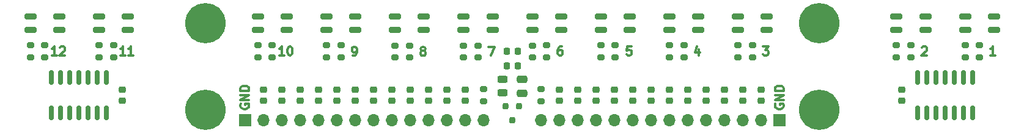
<source format=gbr>
%TF.GenerationSoftware,KiCad,Pcbnew,7.0.1*%
%TF.CreationDate,2023-08-09T15:39:39-03:00*%
%TF.ProjectId,QRE_12A,5152455f-3132-4412-9e6b-696361645f70,rev?*%
%TF.SameCoordinates,Original*%
%TF.FileFunction,Soldermask,Top*%
%TF.FilePolarity,Negative*%
%FSLAX46Y46*%
G04 Gerber Fmt 4.6, Leading zero omitted, Abs format (unit mm)*
G04 Created by KiCad (PCBNEW 7.0.1) date 2023-08-09 15:39:39*
%MOMM*%
%LPD*%
G01*
G04 APERTURE LIST*
G04 Aperture macros list*
%AMRoundRect*
0 Rectangle with rounded corners*
0 $1 Rounding radius*
0 $2 $3 $4 $5 $6 $7 $8 $9 X,Y pos of 4 corners*
0 Add a 4 corners polygon primitive as box body*
4,1,4,$2,$3,$4,$5,$6,$7,$8,$9,$2,$3,0*
0 Add four circle primitives for the rounded corners*
1,1,$1+$1,$2,$3*
1,1,$1+$1,$4,$5*
1,1,$1+$1,$6,$7*
1,1,$1+$1,$8,$9*
0 Add four rect primitives between the rounded corners*
20,1,$1+$1,$2,$3,$4,$5,0*
20,1,$1+$1,$4,$5,$6,$7,0*
20,1,$1+$1,$6,$7,$8,$9,0*
20,1,$1+$1,$8,$9,$2,$3,0*%
G04 Aperture macros list end*
%ADD10C,0.300000*%
%ADD11RoundRect,0.200000X0.275000X-0.200000X0.275000X0.200000X-0.275000X0.200000X-0.275000X-0.200000X0*%
%ADD12RoundRect,0.218750X0.218750X0.256250X-0.218750X0.256250X-0.218750X-0.256250X0.218750X-0.256250X0*%
%ADD13RoundRect,0.225000X0.250000X-0.225000X0.250000X0.225000X-0.250000X0.225000X-0.250000X-0.225000X0*%
%ADD14RoundRect,0.250000X-0.475000X0.250000X-0.475000X-0.250000X0.475000X-0.250000X0.475000X0.250000X0*%
%ADD15RoundRect,0.197500X-0.632500X0.197500X-0.632500X-0.197500X0.632500X-0.197500X0.632500X0.197500X0*%
%ADD16RoundRect,0.200000X-0.200000X0.250000X-0.200000X-0.250000X0.200000X-0.250000X0.200000X0.250000X0*%
%ADD17RoundRect,0.150000X-0.150000X0.825000X-0.150000X-0.825000X0.150000X-0.825000X0.150000X0.825000X0*%
%ADD18RoundRect,0.150000X0.150000X-0.825000X0.150000X0.825000X-0.150000X0.825000X-0.150000X-0.825000X0*%
%ADD19C,3.600000*%
%ADD20C,5.600000*%
%ADD21RoundRect,0.225000X-0.250000X0.225000X-0.250000X-0.225000X0.250000X-0.225000X0.250000X0.225000X0*%
%ADD22RoundRect,0.243750X0.456250X-0.243750X0.456250X0.243750X-0.456250X0.243750X-0.456250X-0.243750X0*%
%ADD23O,1.700000X1.700000*%
%ADD24R,1.700000X1.700000*%
G04 APERTURE END LIST*
D10*
X183462285Y-113664285D02*
X183405142Y-113778571D01*
X183405142Y-113778571D02*
X183405142Y-113949999D01*
X183405142Y-113949999D02*
X183462285Y-114121428D01*
X183462285Y-114121428D02*
X183576571Y-114235713D01*
X183576571Y-114235713D02*
X183690857Y-114292856D01*
X183690857Y-114292856D02*
X183919428Y-114349999D01*
X183919428Y-114349999D02*
X184090857Y-114349999D01*
X184090857Y-114349999D02*
X184319428Y-114292856D01*
X184319428Y-114292856D02*
X184433714Y-114235713D01*
X184433714Y-114235713D02*
X184548000Y-114121428D01*
X184548000Y-114121428D02*
X184605142Y-113949999D01*
X184605142Y-113949999D02*
X184605142Y-113835713D01*
X184605142Y-113835713D02*
X184548000Y-113664285D01*
X184548000Y-113664285D02*
X184490857Y-113607142D01*
X184490857Y-113607142D02*
X184090857Y-113607142D01*
X184090857Y-113607142D02*
X184090857Y-113835713D01*
X184605142Y-113092856D02*
X183405142Y-113092856D01*
X183405142Y-113092856D02*
X184605142Y-112407142D01*
X184605142Y-112407142D02*
X183405142Y-112407142D01*
X184605142Y-111835713D02*
X183405142Y-111835713D01*
X183405142Y-111835713D02*
X183405142Y-111549999D01*
X183405142Y-111549999D02*
X183462285Y-111378570D01*
X183462285Y-111378570D02*
X183576571Y-111264285D01*
X183576571Y-111264285D02*
X183690857Y-111207142D01*
X183690857Y-111207142D02*
X183919428Y-111149999D01*
X183919428Y-111149999D02*
X184090857Y-111149999D01*
X184090857Y-111149999D02*
X184319428Y-111207142D01*
X184319428Y-111207142D02*
X184433714Y-111264285D01*
X184433714Y-111264285D02*
X184548000Y-111378570D01*
X184548000Y-111378570D02*
X184605142Y-111549999D01*
X184605142Y-111549999D02*
X184605142Y-111835713D01*
X143750000Y-105755142D02*
X144550000Y-105755142D01*
X144550000Y-105755142D02*
X144035714Y-106955142D01*
X213942857Y-106905142D02*
X213257143Y-106905142D01*
X213600000Y-106905142D02*
X213600000Y-105705142D01*
X213600000Y-105705142D02*
X213485714Y-105876571D01*
X213485714Y-105876571D02*
X213371429Y-105990857D01*
X213371429Y-105990857D02*
X213257143Y-106048000D01*
X109412285Y-113664285D02*
X109355142Y-113778571D01*
X109355142Y-113778571D02*
X109355142Y-113949999D01*
X109355142Y-113949999D02*
X109412285Y-114121428D01*
X109412285Y-114121428D02*
X109526571Y-114235713D01*
X109526571Y-114235713D02*
X109640857Y-114292856D01*
X109640857Y-114292856D02*
X109869428Y-114349999D01*
X109869428Y-114349999D02*
X110040857Y-114349999D01*
X110040857Y-114349999D02*
X110269428Y-114292856D01*
X110269428Y-114292856D02*
X110383714Y-114235713D01*
X110383714Y-114235713D02*
X110498000Y-114121428D01*
X110498000Y-114121428D02*
X110555142Y-113949999D01*
X110555142Y-113949999D02*
X110555142Y-113835713D01*
X110555142Y-113835713D02*
X110498000Y-113664285D01*
X110498000Y-113664285D02*
X110440857Y-113607142D01*
X110440857Y-113607142D02*
X110040857Y-113607142D01*
X110040857Y-113607142D02*
X110040857Y-113835713D01*
X110555142Y-113092856D02*
X109355142Y-113092856D01*
X109355142Y-113092856D02*
X110555142Y-112407142D01*
X110555142Y-112407142D02*
X109355142Y-112407142D01*
X110555142Y-111835713D02*
X109355142Y-111835713D01*
X109355142Y-111835713D02*
X109355142Y-111549999D01*
X109355142Y-111549999D02*
X109412285Y-111378570D01*
X109412285Y-111378570D02*
X109526571Y-111264285D01*
X109526571Y-111264285D02*
X109640857Y-111207142D01*
X109640857Y-111207142D02*
X109869428Y-111149999D01*
X109869428Y-111149999D02*
X110040857Y-111149999D01*
X110040857Y-111149999D02*
X110269428Y-111207142D01*
X110269428Y-111207142D02*
X110383714Y-111264285D01*
X110383714Y-111264285D02*
X110498000Y-111378570D01*
X110498000Y-111378570D02*
X110555142Y-111549999D01*
X110555142Y-111549999D02*
X110555142Y-111835713D01*
X124921429Y-106955142D02*
X125150000Y-106955142D01*
X125150000Y-106955142D02*
X125264286Y-106898000D01*
X125264286Y-106898000D02*
X125321429Y-106840857D01*
X125321429Y-106840857D02*
X125435714Y-106669428D01*
X125435714Y-106669428D02*
X125492857Y-106440857D01*
X125492857Y-106440857D02*
X125492857Y-105983714D01*
X125492857Y-105983714D02*
X125435714Y-105869428D01*
X125435714Y-105869428D02*
X125378572Y-105812285D01*
X125378572Y-105812285D02*
X125264286Y-105755142D01*
X125264286Y-105755142D02*
X125035714Y-105755142D01*
X125035714Y-105755142D02*
X124921429Y-105812285D01*
X124921429Y-105812285D02*
X124864286Y-105869428D01*
X124864286Y-105869428D02*
X124807143Y-105983714D01*
X124807143Y-105983714D02*
X124807143Y-106269428D01*
X124807143Y-106269428D02*
X124864286Y-106383714D01*
X124864286Y-106383714D02*
X124921429Y-106440857D01*
X124921429Y-106440857D02*
X125035714Y-106498000D01*
X125035714Y-106498000D02*
X125264286Y-106498000D01*
X125264286Y-106498000D02*
X125378572Y-106440857D01*
X125378572Y-106440857D02*
X125435714Y-106383714D01*
X125435714Y-106383714D02*
X125492857Y-106269428D01*
X115421428Y-106905142D02*
X114735714Y-106905142D01*
X115078571Y-106905142D02*
X115078571Y-105705142D01*
X115078571Y-105705142D02*
X114964285Y-105876571D01*
X114964285Y-105876571D02*
X114850000Y-105990857D01*
X114850000Y-105990857D02*
X114735714Y-106048000D01*
X116164285Y-105705142D02*
X116278571Y-105705142D01*
X116278571Y-105705142D02*
X116392857Y-105762285D01*
X116392857Y-105762285D02*
X116450000Y-105819428D01*
X116450000Y-105819428D02*
X116507142Y-105933714D01*
X116507142Y-105933714D02*
X116564285Y-106162285D01*
X116564285Y-106162285D02*
X116564285Y-106448000D01*
X116564285Y-106448000D02*
X116507142Y-106676571D01*
X116507142Y-106676571D02*
X116450000Y-106790857D01*
X116450000Y-106790857D02*
X116392857Y-106848000D01*
X116392857Y-106848000D02*
X116278571Y-106905142D01*
X116278571Y-106905142D02*
X116164285Y-106905142D01*
X116164285Y-106905142D02*
X116050000Y-106848000D01*
X116050000Y-106848000D02*
X115992857Y-106790857D01*
X115992857Y-106790857D02*
X115935714Y-106676571D01*
X115935714Y-106676571D02*
X115878571Y-106448000D01*
X115878571Y-106448000D02*
X115878571Y-106162285D01*
X115878571Y-106162285D02*
X115935714Y-105933714D01*
X115935714Y-105933714D02*
X115992857Y-105819428D01*
X115992857Y-105819428D02*
X116050000Y-105762285D01*
X116050000Y-105762285D02*
X116164285Y-105705142D01*
X93421428Y-106905142D02*
X92735714Y-106905142D01*
X93078571Y-106905142D02*
X93078571Y-105705142D01*
X93078571Y-105705142D02*
X92964285Y-105876571D01*
X92964285Y-105876571D02*
X92850000Y-105990857D01*
X92850000Y-105990857D02*
X92735714Y-106048000D01*
X94564285Y-106905142D02*
X93878571Y-106905142D01*
X94221428Y-106905142D02*
X94221428Y-105705142D01*
X94221428Y-105705142D02*
X94107142Y-105876571D01*
X94107142Y-105876571D02*
X93992857Y-105990857D01*
X93992857Y-105990857D02*
X93878571Y-106048000D01*
X163485714Y-105705142D02*
X162914286Y-105705142D01*
X162914286Y-105705142D02*
X162857143Y-106276571D01*
X162857143Y-106276571D02*
X162914286Y-106219428D01*
X162914286Y-106219428D02*
X163028572Y-106162285D01*
X163028572Y-106162285D02*
X163314286Y-106162285D01*
X163314286Y-106162285D02*
X163428572Y-106219428D01*
X163428572Y-106219428D02*
X163485714Y-106276571D01*
X163485714Y-106276571D02*
X163542857Y-106390857D01*
X163542857Y-106390857D02*
X163542857Y-106676571D01*
X163542857Y-106676571D02*
X163485714Y-106790857D01*
X163485714Y-106790857D02*
X163428572Y-106848000D01*
X163428572Y-106848000D02*
X163314286Y-106905142D01*
X163314286Y-106905142D02*
X163028572Y-106905142D01*
X163028572Y-106905142D02*
X162914286Y-106848000D01*
X162914286Y-106848000D02*
X162857143Y-106790857D01*
X153878572Y-105705142D02*
X153650000Y-105705142D01*
X153650000Y-105705142D02*
X153535714Y-105762285D01*
X153535714Y-105762285D02*
X153478572Y-105819428D01*
X153478572Y-105819428D02*
X153364286Y-105990857D01*
X153364286Y-105990857D02*
X153307143Y-106219428D01*
X153307143Y-106219428D02*
X153307143Y-106676571D01*
X153307143Y-106676571D02*
X153364286Y-106790857D01*
X153364286Y-106790857D02*
X153421429Y-106848000D01*
X153421429Y-106848000D02*
X153535714Y-106905142D01*
X153535714Y-106905142D02*
X153764286Y-106905142D01*
X153764286Y-106905142D02*
X153878572Y-106848000D01*
X153878572Y-106848000D02*
X153935714Y-106790857D01*
X153935714Y-106790857D02*
X153992857Y-106676571D01*
X153992857Y-106676571D02*
X153992857Y-106390857D01*
X153992857Y-106390857D02*
X153935714Y-106276571D01*
X153935714Y-106276571D02*
X153878572Y-106219428D01*
X153878572Y-106219428D02*
X153764286Y-106162285D01*
X153764286Y-106162285D02*
X153535714Y-106162285D01*
X153535714Y-106162285D02*
X153421429Y-106219428D01*
X153421429Y-106219428D02*
X153364286Y-106276571D01*
X153364286Y-106276571D02*
X153307143Y-106390857D01*
X172878572Y-106105142D02*
X172878572Y-106905142D01*
X172592857Y-105648000D02*
X172307143Y-106505142D01*
X172307143Y-106505142D02*
X173050000Y-106505142D01*
X181750000Y-105705142D02*
X182492857Y-105705142D01*
X182492857Y-105705142D02*
X182092857Y-106162285D01*
X182092857Y-106162285D02*
X182264286Y-106162285D01*
X182264286Y-106162285D02*
X182378572Y-106219428D01*
X182378572Y-106219428D02*
X182435714Y-106276571D01*
X182435714Y-106276571D02*
X182492857Y-106390857D01*
X182492857Y-106390857D02*
X182492857Y-106676571D01*
X182492857Y-106676571D02*
X182435714Y-106790857D01*
X182435714Y-106790857D02*
X182378572Y-106848000D01*
X182378572Y-106848000D02*
X182264286Y-106905142D01*
X182264286Y-106905142D02*
X181921429Y-106905142D01*
X181921429Y-106905142D02*
X181807143Y-106848000D01*
X181807143Y-106848000D02*
X181750000Y-106790857D01*
X83921428Y-106905142D02*
X83235714Y-106905142D01*
X83578571Y-106905142D02*
X83578571Y-105705142D01*
X83578571Y-105705142D02*
X83464285Y-105876571D01*
X83464285Y-105876571D02*
X83350000Y-105990857D01*
X83350000Y-105990857D02*
X83235714Y-106048000D01*
X84378571Y-105819428D02*
X84435714Y-105762285D01*
X84435714Y-105762285D02*
X84550000Y-105705142D01*
X84550000Y-105705142D02*
X84835714Y-105705142D01*
X84835714Y-105705142D02*
X84950000Y-105762285D01*
X84950000Y-105762285D02*
X85007142Y-105819428D01*
X85007142Y-105819428D02*
X85064285Y-105933714D01*
X85064285Y-105933714D02*
X85064285Y-106048000D01*
X85064285Y-106048000D02*
X85007142Y-106219428D01*
X85007142Y-106219428D02*
X84321428Y-106905142D01*
X84321428Y-106905142D02*
X85064285Y-106905142D01*
X134535714Y-106269428D02*
X134421429Y-106212285D01*
X134421429Y-106212285D02*
X134364286Y-106155142D01*
X134364286Y-106155142D02*
X134307143Y-106040857D01*
X134307143Y-106040857D02*
X134307143Y-105983714D01*
X134307143Y-105983714D02*
X134364286Y-105869428D01*
X134364286Y-105869428D02*
X134421429Y-105812285D01*
X134421429Y-105812285D02*
X134535714Y-105755142D01*
X134535714Y-105755142D02*
X134764286Y-105755142D01*
X134764286Y-105755142D02*
X134878572Y-105812285D01*
X134878572Y-105812285D02*
X134935714Y-105869428D01*
X134935714Y-105869428D02*
X134992857Y-105983714D01*
X134992857Y-105983714D02*
X134992857Y-106040857D01*
X134992857Y-106040857D02*
X134935714Y-106155142D01*
X134935714Y-106155142D02*
X134878572Y-106212285D01*
X134878572Y-106212285D02*
X134764286Y-106269428D01*
X134764286Y-106269428D02*
X134535714Y-106269428D01*
X134535714Y-106269428D02*
X134421429Y-106326571D01*
X134421429Y-106326571D02*
X134364286Y-106383714D01*
X134364286Y-106383714D02*
X134307143Y-106498000D01*
X134307143Y-106498000D02*
X134307143Y-106726571D01*
X134307143Y-106726571D02*
X134364286Y-106840857D01*
X134364286Y-106840857D02*
X134421429Y-106898000D01*
X134421429Y-106898000D02*
X134535714Y-106955142D01*
X134535714Y-106955142D02*
X134764286Y-106955142D01*
X134764286Y-106955142D02*
X134878572Y-106898000D01*
X134878572Y-106898000D02*
X134935714Y-106840857D01*
X134935714Y-106840857D02*
X134992857Y-106726571D01*
X134992857Y-106726571D02*
X134992857Y-106498000D01*
X134992857Y-106498000D02*
X134935714Y-106383714D01*
X134935714Y-106383714D02*
X134878572Y-106326571D01*
X134878572Y-106326571D02*
X134764286Y-106269428D01*
X203757143Y-105819428D02*
X203814286Y-105762285D01*
X203814286Y-105762285D02*
X203928572Y-105705142D01*
X203928572Y-105705142D02*
X204214286Y-105705142D01*
X204214286Y-105705142D02*
X204328572Y-105762285D01*
X204328572Y-105762285D02*
X204385714Y-105819428D01*
X204385714Y-105819428D02*
X204442857Y-105933714D01*
X204442857Y-105933714D02*
X204442857Y-106048000D01*
X204442857Y-106048000D02*
X204385714Y-106219428D01*
X204385714Y-106219428D02*
X203700000Y-106905142D01*
X203700000Y-106905142D02*
X204442857Y-106905142D01*
D11*
%TO.C,R6*%
X178275000Y-107175000D03*
X178275000Y-105525000D03*
%TD*%
D12*
%TO.C,D2*%
X147812500Y-108350000D03*
X146237500Y-108350000D03*
%TD*%
D13*
%TO.C,C26*%
X178955000Y-113225000D03*
X178955000Y-111675000D03*
%TD*%
D11*
%TO.C,R17*%
X123275000Y-107175000D03*
X123275000Y-105525000D03*
%TD*%
D14*
%TO.C,C15*%
X148375000Y-110250000D03*
X148375000Y-112150000D03*
%TD*%
D11*
%TO.C,R11*%
X151775000Y-107175000D03*
X151775000Y-105525000D03*
%TD*%
D15*
%TO.C,U11*%
X93775000Y-101550000D03*
X89775000Y-101550000D03*
X89775000Y-103350000D03*
X93775000Y-103350000D03*
%TD*%
D16*
%TO.C,Q1*%
X147975000Y-113950000D03*
X146075000Y-113950000D03*
X147025000Y-115950000D03*
%TD*%
D13*
%TO.C,C13*%
X93025000Y-113225000D03*
X93025000Y-111675000D03*
%TD*%
D17*
%TO.C,U14*%
X90835000Y-109975000D03*
X89565000Y-109975000D03*
X88295000Y-109975000D03*
X87025000Y-109975000D03*
X85755000Y-109975000D03*
X84485000Y-109975000D03*
X83215000Y-109975000D03*
X83215000Y-114925000D03*
X84485000Y-114925000D03*
X85755000Y-114925000D03*
X87025000Y-114925000D03*
X88295000Y-114925000D03*
X89565000Y-114925000D03*
X90835000Y-114925000D03*
%TD*%
D11*
%TO.C,R4*%
X200225000Y-107175000D03*
X200225000Y-105525000D03*
%TD*%
%TO.C,R20*%
X111775000Y-107175000D03*
X111775000Y-105525000D03*
%TD*%
D13*
%TO.C,C24*%
X173895000Y-113225000D03*
X173895000Y-111675000D03*
%TD*%
D15*
%TO.C,U2*%
X204225000Y-101550000D03*
X200225000Y-101550000D03*
X200225000Y-103350000D03*
X204225000Y-103350000D03*
%TD*%
%TO.C,U7*%
X144275000Y-101550000D03*
X140275000Y-101550000D03*
X140275000Y-103350000D03*
X144275000Y-103350000D03*
%TD*%
D13*
%TO.C,C9*%
X120165000Y-113225000D03*
X120165000Y-111675000D03*
%TD*%
D15*
%TO.C,U4*%
X172775000Y-101550000D03*
X168775000Y-101550000D03*
X168775000Y-103350000D03*
X172775000Y-103350000D03*
%TD*%
D18*
%TO.C,U13*%
X203165000Y-114925000D03*
X204435000Y-114925000D03*
X205705000Y-114925000D03*
X206975000Y-114925000D03*
X208245000Y-114925000D03*
X209515000Y-114925000D03*
X210785000Y-114925000D03*
X210785000Y-109975000D03*
X209515000Y-109975000D03*
X208245000Y-109975000D03*
X206975000Y-109975000D03*
X205705000Y-109975000D03*
X204435000Y-109975000D03*
X203165000Y-109975000D03*
%TD*%
D19*
%TO.C,REF\u002A\u002A*%
X189525000Y-114450000D03*
D20*
X189525000Y-114450000D03*
%TD*%
D11*
%TO.C,R21*%
X91775000Y-107175000D03*
X91775000Y-105525000D03*
%TD*%
%TO.C,R23*%
X82275000Y-107175000D03*
X82275000Y-105525000D03*
%TD*%
D13*
%TO.C,C2*%
X137935000Y-113225000D03*
X137935000Y-111675000D03*
%TD*%
D11*
%TO.C,R15*%
X132775000Y-107225000D03*
X132775000Y-105575000D03*
%TD*%
%TO.C,R5*%
X180275000Y-107175000D03*
X180275000Y-105525000D03*
%TD*%
%TO.C,R19*%
X113775000Y-107175000D03*
X113775000Y-105525000D03*
%TD*%
%TO.C,R25*%
X143025000Y-113275000D03*
X143025000Y-111625000D03*
%TD*%
%TO.C,R18*%
X121275000Y-107175000D03*
X121275000Y-105525000D03*
%TD*%
D13*
%TO.C,C18*%
X158645000Y-113225000D03*
X158645000Y-111675000D03*
%TD*%
D15*
%TO.C,U8*%
X134775000Y-101550000D03*
X130775000Y-101550000D03*
X130775000Y-103350000D03*
X134775000Y-103350000D03*
%TD*%
D21*
%TO.C,C14*%
X200975000Y-111675000D03*
X200975000Y-113225000D03*
%TD*%
D13*
%TO.C,C3*%
X135405000Y-113225000D03*
X135405000Y-111675000D03*
%TD*%
%TO.C,C5*%
X130325000Y-113225000D03*
X130325000Y-111675000D03*
%TD*%
%TO.C,C20*%
X163725000Y-113225000D03*
X163725000Y-111675000D03*
%TD*%
%TO.C,C8*%
X122705000Y-113225000D03*
X122705000Y-111675000D03*
%TD*%
%TO.C,C6*%
X127785000Y-113225000D03*
X127785000Y-111675000D03*
%TD*%
%TO.C,C23*%
X171345000Y-113225000D03*
X171345000Y-111675000D03*
%TD*%
D12*
%TO.C,D1*%
X147812500Y-106350000D03*
X146237500Y-106350000D03*
%TD*%
D11*
%TO.C,R2*%
X209725000Y-107175000D03*
X209725000Y-105525000D03*
%TD*%
%TO.C,R24*%
X80275000Y-107175000D03*
X80275000Y-105525000D03*
%TD*%
D13*
%TO.C,C11*%
X115075000Y-113225000D03*
X115075000Y-111675000D03*
%TD*%
D15*
%TO.C,U1*%
X213725000Y-101550000D03*
X209725000Y-101550000D03*
X209725000Y-103350000D03*
X213725000Y-103350000D03*
%TD*%
D11*
%TO.C,R10*%
X159275000Y-107175000D03*
X159275000Y-105525000D03*
%TD*%
D19*
%TO.C,REF\u002A\u002A*%
X189525000Y-102450000D03*
D20*
X189525000Y-102450000D03*
%TD*%
D11*
%TO.C,R12*%
X149775000Y-107225000D03*
X149775000Y-105575000D03*
%TD*%
%TO.C,R14*%
X140275000Y-107225000D03*
X140275000Y-105575000D03*
%TD*%
D13*
%TO.C,C7*%
X125245000Y-113225000D03*
X125245000Y-111675000D03*
%TD*%
D11*
%TO.C,R3*%
X202225000Y-107175000D03*
X202225000Y-105525000D03*
%TD*%
D13*
%TO.C,C17*%
X156105000Y-113225000D03*
X156105000Y-111675000D03*
%TD*%
%TO.C,C1*%
X140475000Y-113225000D03*
X140475000Y-111675000D03*
%TD*%
D11*
%TO.C,R26*%
X151025000Y-113275000D03*
X151025000Y-111625000D03*
%TD*%
D13*
%TO.C,C12*%
X112545000Y-113225000D03*
X112545000Y-111675000D03*
%TD*%
D11*
%TO.C,R1*%
X211725000Y-107175000D03*
X211725000Y-105525000D03*
%TD*%
D22*
%TO.C,F2*%
X145675000Y-112137500D03*
X145675000Y-110262500D03*
%TD*%
D13*
%TO.C,C25*%
X176425000Y-113225000D03*
X176425000Y-111675000D03*
%TD*%
D15*
%TO.C,U3*%
X182275000Y-101550000D03*
X178275000Y-101550000D03*
X178275000Y-103350000D03*
X182275000Y-103350000D03*
%TD*%
D19*
%TO.C,REF\u002A\u002A*%
X104525000Y-102450000D03*
D20*
X104525000Y-102450000D03*
%TD*%
D13*
%TO.C,C10*%
X117625000Y-113225000D03*
X117625000Y-111675000D03*
%TD*%
D11*
%TO.C,R16*%
X130775000Y-107225000D03*
X130775000Y-105575000D03*
%TD*%
D13*
%TO.C,C21*%
X166265000Y-113225000D03*
X166265000Y-111675000D03*
%TD*%
D23*
%TO.C,J1*%
X143025000Y-115950000D03*
X140485000Y-115950000D03*
X137945000Y-115950000D03*
X135405000Y-115950000D03*
X132865000Y-115950000D03*
X130325000Y-115950000D03*
X127785000Y-115950000D03*
X125245000Y-115950000D03*
X122705000Y-115950000D03*
X120165000Y-115950000D03*
X117625000Y-115950000D03*
X115085000Y-115950000D03*
X112545000Y-115950000D03*
D24*
X110005000Y-115950000D03*
%TD*%
D19*
%TO.C,REF\u002A\u002A*%
X104525000Y-114450000D03*
D20*
X104525000Y-114450000D03*
%TD*%
D11*
%TO.C,R13*%
X142275000Y-107225000D03*
X142275000Y-105575000D03*
%TD*%
%TO.C,R9*%
X161275000Y-107175000D03*
X161275000Y-105525000D03*
%TD*%
%TO.C,R8*%
X168775000Y-107175000D03*
X168775000Y-105525000D03*
%TD*%
D13*
%TO.C,C16*%
X153565000Y-113225000D03*
X153565000Y-111675000D03*
%TD*%
D11*
%TO.C,R22*%
X89775000Y-107175000D03*
X89775000Y-105525000D03*
%TD*%
%TO.C,R7*%
X170775000Y-107175000D03*
X170775000Y-105525000D03*
%TD*%
D15*
%TO.C,U9*%
X125275000Y-101550000D03*
X121275000Y-101550000D03*
X121275000Y-103350000D03*
X125275000Y-103350000D03*
%TD*%
%TO.C,U5*%
X163275000Y-101550000D03*
X159275000Y-101550000D03*
X159275000Y-103350000D03*
X163275000Y-103350000D03*
%TD*%
D13*
%TO.C,C27*%
X181505000Y-113225000D03*
X181505000Y-111675000D03*
%TD*%
%TO.C,C19*%
X161185000Y-113225000D03*
X161185000Y-111675000D03*
%TD*%
D15*
%TO.C,U12*%
X84275000Y-101550000D03*
X80275000Y-101550000D03*
X80275000Y-103350000D03*
X84275000Y-103350000D03*
%TD*%
%TO.C,U6*%
X153775000Y-101550000D03*
X149775000Y-101550000D03*
X149775000Y-103350000D03*
X153775000Y-103350000D03*
%TD*%
%TO.C,U10*%
X115775000Y-101550000D03*
X111775000Y-101550000D03*
X111775000Y-103350000D03*
X115775000Y-103350000D03*
%TD*%
D23*
%TO.C,J2*%
X151025000Y-115950000D03*
X153565000Y-115950000D03*
X156105000Y-115950000D03*
X158645000Y-115950000D03*
X161185000Y-115950000D03*
X163725000Y-115950000D03*
X166265000Y-115950000D03*
X168805000Y-115950000D03*
X171345000Y-115950000D03*
X173885000Y-115950000D03*
X176425000Y-115950000D03*
X178965000Y-115950000D03*
X181505000Y-115950000D03*
D24*
X184045000Y-115950000D03*
%TD*%
D13*
%TO.C,C4*%
X132875000Y-113225000D03*
X132875000Y-111675000D03*
%TD*%
%TO.C,C22*%
X168805000Y-113225000D03*
X168805000Y-111675000D03*
%TD*%
M02*

</source>
